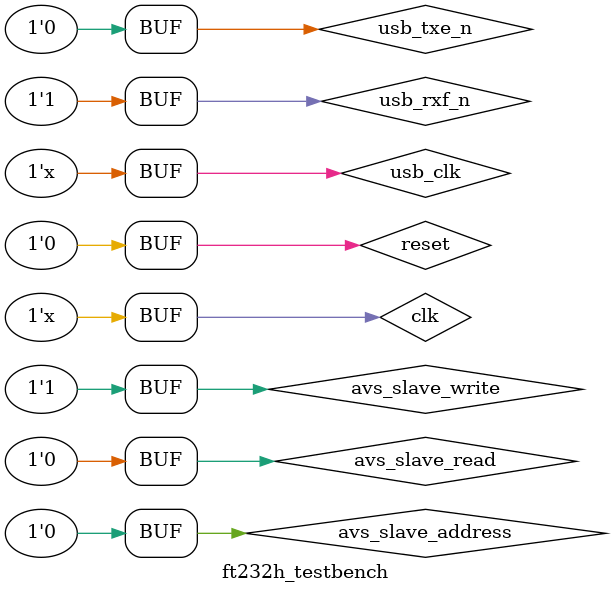
<source format=v>
`timescale 1 ns / 1 ns


module ft232h_testbench;

	// simulated bus
	reg clk = 0;
	reg reset = 1;

	reg            avs_slave_address = 0;
	reg            avs_slave_write = 0;
	reg            avs_slave_read = 0;
	reg      [15:0]avs_slave_writedata = 32'h0080;
	wire     [15:0]avs_slave_readdata;
	wire           avs_slave_waitrequest;
	
	// simulated chip
	wire      [7:0]usb_data;
	reg            usb_rxf_n = 1;
	reg            usb_txe_n = 0;
	wire           usb_rd_n;
	wire           usb_wr_n;
	wire           usb_siwu_n;
	reg            usb_clk = 0;
	wire           usb_oe_n;

	reg  [7:0]rand_data  = 32;

	always #10 clk = !clk;
	always #8 usb_clk = !usb_clk;
	
	always @(posedge usb_clk)
	begin
		if(!usb_rd_n) #1 rand_data = rand_data + 1;
	end
	
	always @(posedge clk)
	begin
		if(avs_slave_write && !avs_slave_waitrequest) #1 avs_slave_writedata = avs_slave_writedata + 1;
	end
	
	assign usb_data = usb_oe_n ? 8'bz : rand_data;

	initial
	begin
		#1;
		#30   reset               <= 0;
		#1    usb_txe_n           <= 1;
		#100  avs_slave_write     <= 1;
		#1000 usb_txe_n           <= 0;
	end
	

	ft232h DUT (
		.clk(clk),
		.reset(reset),
		.avs_slave_address(avs_slave_address),
		.avs_slave_write(avs_slave_write),
		.avs_slave_read(avs_slave_read),
		.avs_slave_writedata(avs_slave_writedata),
		.avs_slave_readdata(avs_slave_readdata),
		.avs_slave_waitrequest(avs_slave_waitrequest),
		.usb_data(usb_data),
		.usb_rxf_n(usb_rxf_n),
		.usb_txe_n(usb_txe_n),
		.usb_rd_n(usb_rd_n),
		.usb_wr_n(usb_wr_n),
		.usb_siwu_n(usb_siwu_n),
		.usb_clk(usb_clk),
		.usb_oe_n(usb_oe_n)
	);


endmodule

</source>
